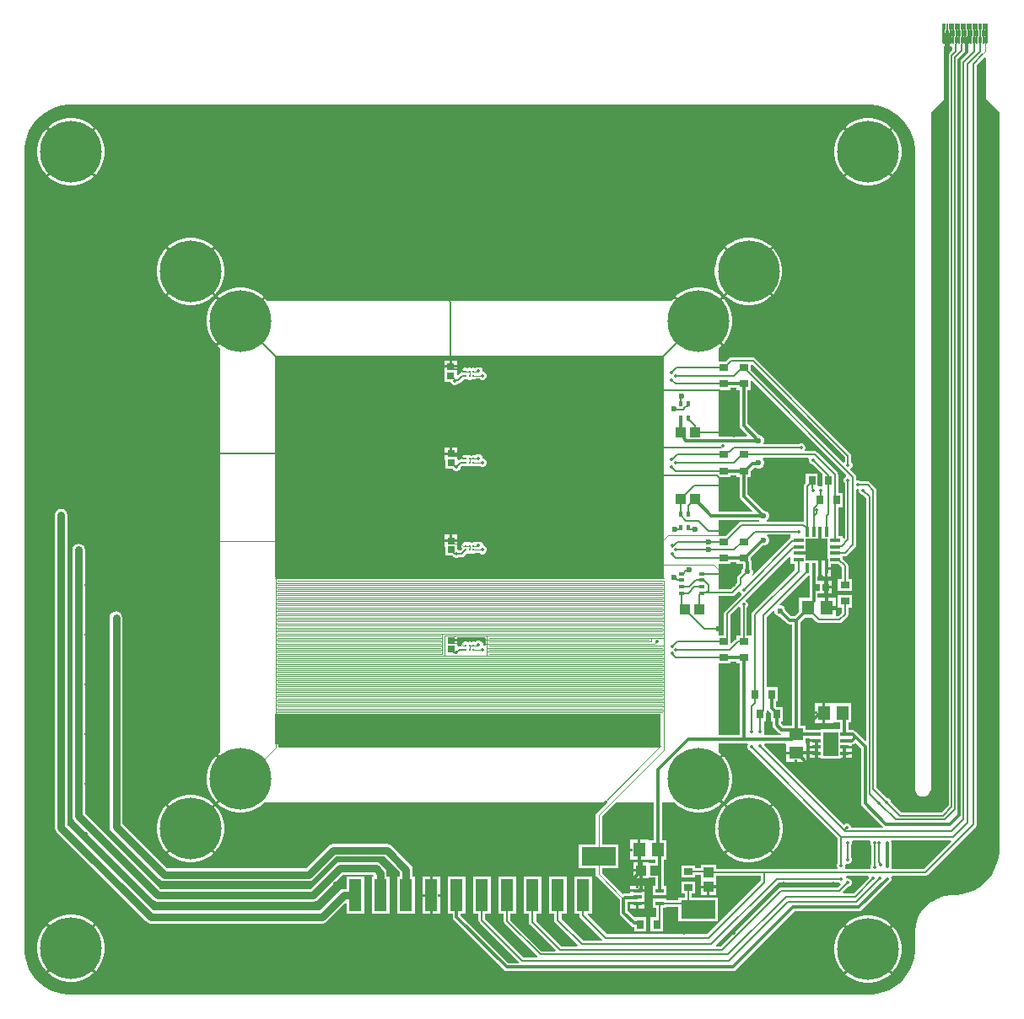
<source format=gbr>
%FSLAX23Y23*%
%MOIN*%
%SFA1B1*%

%IPPOS*%
%AMD36*
4,1,11,0.006000,0.039400,0.006000,-0.035400,0.002000,-0.039300,0.002000,-0.039300,-0.001900,-0.039300,-0.005900,-0.035400,-0.005900,-0.014700,-0.001900,-0.010800,-0.001900,0.014800,-0.005900,0.018700,-0.005900,0.039400,0.006000,0.039400,0.0*
%
%AMD37*
4,1,12,0.006000,0.012800,0.006000,-0.008800,0.002000,-0.012800,0.002000,-0.039300,-0.001900,-0.039300,-0.001900,-0.012800,-0.005900,-0.008800,-0.005900,0.012800,-0.001900,0.016800,-0.001900,0.039400,0.002000,0.039400,0.002000,0.016800,0.006000,0.012800,0.0*
%
%AMD38*
4,1,14,0.006000,0.039400,0.006000,0.018700,0.002000,0.014800,0.002000,-0.010800,0.006000,-0.014700,0.006000,-0.035400,0.002000,-0.039300,-0.001900,-0.039300,-0.005900,-0.035400,-0.005900,-0.014700,-0.001900,-0.010800,-0.001900,0.014800,-0.005900,0.018700,-0.005900,0.039400,0.006000,0.039400,0.0*
%
%AMD39*
4,1,12,0.006000,0.039400,0.006000,0.018700,0.002000,0.014800,0.002000,0.014800,0.002000,-0.010800,0.006000,-0.014700,0.006000,-0.014700,0.006000,-0.035400,0.002000,-0.039300,-0.001900,-0.039300,-0.005900,-0.035400,-0.005900,0.039400,0.006000,0.039400,0.0*
%
%ADD10R,0.039370X0.039370*%
%ADD11R,0.013780X0.023620*%
%ADD12R,0.023620X0.013780*%
%ADD13R,0.004000X0.004000*%
%ADD14C,0.009840*%
%ADD15R,0.033470X0.015750*%
%ADD16R,0.041340X0.013780*%
%ADD17R,0.013780X0.041340*%
%ADD18R,0.088980X0.088980*%
%ADD19R,0.058660X0.094490*%
%ADD20R,0.035430X0.013780*%
%ADD21R,0.027560X0.035430*%
%ADD22R,0.035430X0.027560*%
%ADD23R,0.135830X0.072840*%
%ADD24R,0.050000X0.125200*%
%ADD25R,0.039370X0.039370*%
%ADD26R,0.028350X0.026770*%
%ADD27R,0.051180X0.057090*%
%ADD28R,0.026770X0.028350*%
%ADD29R,0.057090X0.051180*%
%ADD30C,0.005510*%
%ADD31C,0.004000*%
%ADD32C,0.011810*%
%ADD33C,0.019680*%
%ADD34C,0.007870*%
%ADD35C,0.029530*%
%ADD36D36*%
%ADD37D37*%
%ADD38D38*%
%ADD39D39*%
%ADD40C,0.244100*%
%ADD41C,0.013780*%
%ADD42C,0.023620*%
%LNmirror_pcb1_copper_signal_top-1*%
%LPD*%
G36*
X2826Y2404D02*
X2838D01*
Y2263*
X2839Y2257*
X2842Y2252*
X2869Y2225*
X2867Y2220*
X2755*
Y2404*
X2803*
Y2411*
X2826*
Y2404*
G37*
G36*
X3254Y2138D02*
Y2118D01*
X3250Y2115*
X2882Y2483*
Y2504*
X2887Y2505*
X3254Y2138*
G37*
G36*
X3113Y2130D02*
X3113Y2129D01*
Y2122*
X3115Y2116*
X3120Y2111*
X3126Y2109*
X3128*
X3165Y2072*
Y2025*
X3163Y2024*
X3156*
X3152Y2023*
X3148Y2025*
X3147Y2026*
Y2074*
X3100*
Y2037*
X3096Y2033*
X3093Y2029*
X3092Y2024*
Y1884*
X3090Y1883*
X2947*
X2946Y1884*
X2946Y1888*
X2951Y1893*
X2954Y1901*
Y1910*
X2951Y1918*
X2945Y1924*
X2937Y1927*
X2934*
X2870Y1991*
Y2059*
X2882*
Y2084*
X2895Y2097*
X2901*
X2901Y2097*
X2909Y2094*
X2917*
X2925Y2097*
X2931Y2103*
X2935Y2111*
Y2120*
X2931Y2128*
X2929Y2130*
X2931Y2135*
X3110*
X3113Y2130*
G37*
G36*
X2826Y2059D02*
X2838D01*
Y1984*
X2839Y1978*
X2842Y1973*
X2889Y1926*
X2887Y1922*
X2755*
Y2059*
X2803*
Y2067*
X2826*
Y2059*
G37*
G36*
X2916Y1888D02*
X2914Y1883D01*
X2845*
X2840Y1882*
X2836Y1879*
X2784Y1827*
X2755*
Y1889*
X2915*
X2916Y1888*
G37*
G36*
X3260Y2068D02*
X3259Y2062D01*
X3258Y2061*
X3253Y2056*
X3250Y2050*
Y2043*
X3253Y2037*
X3254Y2036*
Y1817*
X3252Y1815*
X3247Y1818*
Y1826*
X3229*
Y1940*
X3246*
Y1996*
X3228*
Y2069*
X3227Y2074*
X3224Y2079*
X3145Y2157*
X3141Y2160*
X3136Y2161*
X3099*
X3097Y2166*
X3099Y2171*
Y2178*
X3097Y2184*
X3092Y2189*
X3086Y2192*
X3079*
X3073Y2189*
X3071Y2188*
X2934*
X2932Y2193*
X2935Y2200*
Y2209*
X2931Y2217*
X2925Y2223*
X2917Y2226*
X2914*
X2870Y2270*
Y2404*
X2882*
Y2440*
X2886Y2442*
X3260Y2068*
G37*
G36*
X3040Y1826D02*
D01*
Y1817*
X3037Y1815*
X2891Y1669*
X2887Y1672*
X2891Y1680*
Y1689*
X2887Y1697*
X2885Y1699*
Y1724*
X2884Y1730*
X2882Y1733*
Y1739*
X2930Y1788*
X2937*
X2945Y1791*
X2951Y1797*
X2954Y1805*
Y1814*
X2951Y1822*
X2947Y1826*
X2949Y1831*
X3039*
X3040Y1826*
G37*
G36*
X2539Y2536D02*
Y1660D01*
X1012*
X1008Y1659*
X1003Y1662*
Y2536*
Y2539*
X2539*
Y2536*
G37*
G36*
X2826Y1715D02*
X2853D01*
Y1699*
X2850Y1697*
X2847Y1689*
Y1683*
X2833Y1669*
X2830Y1664*
X2829Y1659*
Y1641*
X2804Y1617*
X2755*
Y1715*
X2803*
Y1722*
X2826*
Y1715*
G37*
G36*
X3309Y2011D02*
Y2008D01*
Y2004*
X3312Y1998*
X3317Y1993*
X3323Y1990*
X3325*
X3339Y1976*
Y1017*
X3335Y1015*
X3296Y1054*
X3291Y1057*
X3285Y1059*
X3281*
Y1059*
X3269*
Y1088*
X3279*
Y1165*
X3212*
X3207Y1166*
X3203*
X3176*
Y1154*
X3166*
Y1166*
X3134*
Y1131*
X3146*
Y1121*
X3134*
Y1087*
X3166*
Y1099*
X3176*
Y1087*
X3203*
X3207*
X3212Y1088*
X3237*
Y1061*
X3159*
Y1059*
X3116*
Y1059*
X3100*
Y1076*
X3078*
Y1486*
X3096Y1504*
X3126*
X3143Y1486*
X3148Y1484*
X3153Y1483*
X3233*
X3238Y1484*
X3242Y1486*
X3264Y1508*
X3267Y1512*
X3268Y1517*
Y1544*
X3282*
Y1592*
X3227*
Y1544*
X3242*
Y1523*
X3228Y1509*
X3218*
Y1538*
X3206*
Y1548*
X3218*
Y1582*
X3186*
Y1570*
X3176*
Y1582*
X3147*
Y1599*
X3153*
Y1598*
X3173*
Y1611*
X3183*
Y1598*
X3202*
Y1619*
X3190*
Y1629*
X3202*
Y1649*
X3183*
Y1637*
X3173*
Y1649*
X3153*
Y1648*
X3147*
Y1667*
X3151*
Y1679*
X3161*
Y1667*
X3177*
Y1679*
X3187*
Y1667*
X3200*
Y1693*
X3188*
Y1703*
X3200*
Y1716*
X3229*
X3242Y1703*
Y1657*
X3227*
Y1610*
X3282*
Y1657*
X3268*
Y1708*
X3267Y1713*
X3264Y1717*
X3247Y1734*
Y1745*
X3254*
X3259Y1746*
X3264Y1749*
X3296Y1782*
X3299Y1786*
X3300Y1791*
Y2010*
X3303Y2012*
X3305*
X3309Y2011*
G37*
G36*
X3114Y1624D02*
X3115Y1621D01*
Y1581*
X3073*
Y1527*
X3055Y1509*
X3042*
X3020Y1530*
Y1534*
X3017Y1542*
X3011Y1548*
X3003Y1551*
X2999*
X2997Y1556*
X3108Y1668*
X3114*
Y1624*
G37*
G36*
X3039Y1744D02*
Y1740D01*
X3040*
Y1716*
X3056*
Y1692*
X2890Y1526*
X2887Y1521*
X2886Y1516*
Y1436*
X2882Y1434*
X2867*
Y1544*
X2868Y1545*
X2871Y1551*
Y1558*
X2868Y1564*
X2863Y1569*
X2863Y1569*
X2862Y1574*
X3034Y1746*
X3039Y1744*
G37*
G36*
X2839Y1605D02*
X2840Y1604D01*
X2844Y1599*
X2845Y1599*
X2846Y1594*
X2781Y1530*
X2778Y1525*
X2777Y1520*
Y1434*
X2755*
Y1588*
X2810*
X2815Y1589*
X2820Y1592*
X2834Y1606*
X2839Y1605*
G37*
G36*
X2839Y1545D02*
X2840Y1545D01*
X2841Y1544*
Y1434*
X2826*
Y1420*
X2826*
X2822Y1417*
X2807Y1403*
X2803Y1405*
Y1420*
X2803Y1421*
Y1515*
X2834Y1546*
X2839Y1545*
G37*
G36*
X1835Y1424D02*
X1836Y1419D01*
X1838Y1416*
X1836Y1412*
X1835Y1408*
X1836Y1403*
X1838Y1400*
X1836Y1396*
X1836Y1395*
X1835Y1394*
X1830Y1393*
X1826Y1394*
X1824*
Y1399*
X1821Y1405*
X1816Y1410*
X1810Y1413*
X1803*
X1797Y1410*
X1794Y1407*
X1790Y1408*
X1784*
X1779Y1406*
X1774Y1408*
X1768*
X1765Y1407*
X1765Y1407*
X1759Y1409*
X1753*
X1747Y1407*
X1742Y1402*
X1740Y1396*
Y1390*
X1731*
X1728Y1390*
X1724Y1393*
X1723Y1394*
Y1408*
X1711*
Y1418*
X1723*
Y1427*
X1832*
X1835Y1424*
G37*
G36*
X2977Y1529D02*
Y1525D01*
X2980Y1517*
X2986Y1511*
X2994Y1507*
X2997*
X3024Y1481*
X3029Y1478*
X3035Y1476*
X3045*
Y1080*
X3042Y1076*
X3010*
X3001Y1085*
Y1094*
X3009*
Y1149*
X2984*
X2981Y1152*
Y1173*
X2989*
Y1228*
X2947*
Y1506*
X2972Y1531*
X2977Y1529*
G37*
G36*
X2954Y1134D02*
X2961Y1126D01*
Y1094*
X2969*
Y1078*
X2970Y1072*
X2973Y1067*
X2991Y1049*
X2997Y1045*
X3001Y1044*
X3001Y1039*
X2937*
X2935Y1044*
X2937Y1051*
Y1057*
X2935Y1063*
X2934Y1064*
Y1094*
X2943*
Y1126*
X2946Y1129*
X2947Y1135*
Y1135*
X2952Y1137*
X2954Y1134*
G37*
G36*
X2826Y1321D02*
X2838D01*
Y1039*
X2755*
Y1321*
X2803*
Y1329*
X2826*
Y1321*
G37*
G36*
X1012Y1123D02*
X2527D01*
Y1008*
Y988*
X1017*
Y1001*
X1003*
Y1121*
X1008Y1124*
X1012Y1123*
G37*
G36*
X3115Y1022D02*
X3127D01*
Y1012*
X3115*
Y999*
Y996*
X3127*
Y986*
X3115*
Y973*
Y971*
X3127*
Y961*
X3115*
Y948*
X3138*
Y960*
X3148*
Y948*
X3159*
Y947*
X3238*
Y948*
X3248*
Y960*
X3258*
Y948*
X3282*
Y961*
X3270*
Y971*
X3282*
Y973*
Y986*
X3270*
Y996*
X3282*
Y1001*
X3283*
X3289Y1002*
X3294Y1005*
X3297Y1008*
X3319Y985*
Y769*
X3320Y763*
X3324Y757*
X3404Y677*
X3402Y672*
X3280*
Y676*
X3277Y682*
X3272Y687*
X3266Y689*
X3259*
X3253Y687*
X3251Y684*
X2936Y999*
Y999*
X2935Y1002*
X2938Y1007*
X3018*
X3022Y1004*
Y1000*
Y973*
X3034*
Y963*
X3022*
Y931*
X3056*
Y943*
X3066*
Y931*
X3101*
Y963*
X3089*
Y973*
X3101*
Y1000*
Y1004*
X3100Y1009*
Y1026*
X3115*
Y1022*
G37*
G36*
X3657Y3762D02*
X3661D01*
X3665Y3763*
X3669Y3762*
X3673*
X3675Y3762*
X3679Y3760*
X3680Y3759*
Y3748*
X3668Y3736*
X3665Y3732*
X3664Y3727*
Y761*
X3635Y733*
X3478*
X3436Y775*
Y777*
X3434Y783*
X3429Y788*
X3423Y790*
X3421*
X3379Y832*
Y2007*
X3378Y2012*
X3375Y2017*
X3353Y2038*
X3349Y2041*
X3344Y2042*
X3317*
X3316Y2043*
X3310Y2046*
X3303*
X3300Y2048*
Y2060*
X3299Y2065*
X3296Y2069*
X3276Y2089*
X3277Y2091*
X3282Y2096*
X3284Y2102*
Y2109*
X3282Y2115*
X3280Y2117*
Y2143*
X3279Y2148*
X3276Y2152*
X2900Y2528*
X2896Y2531*
X2891Y2532*
X2806*
X2801Y2531*
X2796Y2528*
X2784Y2516*
X2755*
Y2539*
Y2569*
X2763Y2575*
X2767Y2579*
X2759Y2588*
X2766Y2595*
X2774Y2586*
X2778Y2590*
X2790Y2607*
X2800Y2626*
X2806Y2646*
X2810Y2666*
Y2687*
X2806Y2708*
X2800Y2728*
X2790Y2746*
X2778Y2763*
X2774Y2767*
X2766Y2759*
X2759Y2766*
X2767Y2774*
X2763Y2778*
X2746Y2790*
X2728Y2800*
X2708Y2806*
X2687Y2810*
X2666*
X2646Y2806*
X2626Y2800*
X2607Y2790*
X2590Y2778*
X2586Y2774*
X2595Y2766*
X2588Y2759*
X2579Y2767*
X2575Y2763*
X2569Y2755*
X973*
X967Y2763*
X963Y2767*
X955Y2759*
X948Y2766*
X956Y2774*
X952Y2778*
X935Y2790*
X917Y2800*
X897Y2806*
X876Y2810*
X855*
X834Y2806*
X815Y2800*
X796Y2790*
X779Y2778*
X775Y2774*
X784Y2766*
X777Y2759*
X768Y2767*
X764Y2763*
X752Y2746*
X742Y2728*
X736Y2708*
X733Y2687*
Y2666*
X736Y2646*
X742Y2626*
X752Y2607*
X764Y2590*
X768Y2586*
X777Y2595*
X784Y2588*
X775Y2579*
X779Y2575*
X787Y2569*
Y2539*
Y973*
X779Y967*
X775Y963*
X784Y955*
X777Y948*
X768Y956*
X764Y952*
X752Y935*
X742Y917*
X736Y897*
X733Y876*
Y855*
X736Y834*
X742Y815*
X752Y796*
X764Y779*
X768Y775*
X777Y784*
X784Y777*
X775Y768*
X779Y764*
X796Y752*
X815Y742*
X834Y736*
X855Y733*
X876*
X897Y736*
X917Y742*
X935Y752*
X952Y764*
X959Y771*
X2308*
X2310Y766*
X2273Y729*
X2270Y725*
X2269Y721*
Y607*
X2203*
Y514*
X2269*
Y488*
X2270Y483*
X2273Y479*
X2364Y388*
Y336*
X2365Y330*
X2368Y325*
X2410Y283*
X2415Y280*
X2421Y279*
X2422*
Y262*
X2469*
Y318*
X2422*
X2418Y321*
X2396Y343*
Y380*
X2406*
Y378*
X2418*
Y368*
X2406*
Y354*
X2429*
Y366*
X2439*
Y354*
X2462*
Y368*
X2449*
Y378*
X2462*
Y392*
X2461*
Y405*
X2462*
Y419*
X2449*
Y429*
X2462*
Y443*
X2439*
Y431*
X2429*
Y443*
X2406*
Y429*
X2418*
Y419*
X2406*
Y413*
X2387*
X2380Y411*
X2377Y409*
X2294Y493*
Y514*
X2359*
Y607*
X2294*
Y715*
X2349Y771*
X2498*
Y624*
X2483*
X2478Y625*
X2475*
X2447*
Y613*
X2437*
Y625*
X2405*
Y590*
X2417*
Y580*
X2405*
Y546*
X2437*
Y558*
X2447*
Y546*
X2475*
X2478*
X2483Y547*
X2506*
Y534*
X2480*
Y535*
X2455*
Y523*
X2445*
Y535*
X2419*
Y509*
X2431*
Y499*
X2419*
Y474*
X2445*
Y486*
X2455*
Y474*
X2480*
Y475*
X2506*
Y442*
X2496*
Y406*
X2549*
Y442*
X2539*
Y547*
X2550*
Y624*
X2531*
Y771*
X2583*
X2590Y764*
X2607Y752*
X2626Y742*
X2646Y736*
X2666Y733*
X2687*
X2708Y736*
X2728Y742*
X2746Y752*
X2763Y764*
X2767Y768*
X2759Y777*
X2766Y784*
X2774Y775*
X2778Y779*
X2790Y796*
X2800Y815*
X2806Y834*
X2810Y855*
Y876*
X2806Y897*
X2800Y917*
X2790Y935*
X2778Y952*
X2774Y956*
X2766Y948*
X2759Y955*
X2767Y963*
X2763Y967*
X2755Y973*
Y988*
Y1007*
X2870*
X2872Y1002*
X2871Y1001*
X2869Y995*
Y989*
X2871Y982*
X2876Y978*
X2882Y975*
X2883*
X3226Y632*
Y534*
X3225Y533*
X3223Y527*
Y520*
X3225Y514*
X3223Y509*
X2744*
Y525*
X2685*
Y514*
X2663*
Y523*
X2608*
Y476*
X2663*
Y485*
X2685*
Y469*
X2684*
Y443*
X2696*
Y433*
X2684*
Y407*
X2709*
Y419*
X2719*
Y407*
X2745*
Y433*
X2733*
Y443*
X2745*
Y469*
X2744*
Y481*
X2921*
Y461*
X2710Y251*
X2315*
X2238Y327*
X2240Y332*
X2255*
Y478*
X2185*
Y332*
X2206*
Y325*
X2207Y319*
X2210Y315*
X2295Y230*
X2293Y225*
X2222*
X2135Y313*
Y332*
X2155*
Y478*
X2085*
Y332*
X2106*
Y307*
X2107Y301*
X2110Y297*
X2198Y209*
X2196Y204*
X2135*
X2035Y304*
Y332*
X2055*
Y478*
X1985*
Y332*
X2006*
Y299*
X2007Y293*
X2010Y289*
X2111Y188*
X2109Y184*
X2057*
X1933Y307*
Y332*
X1955*
Y478*
X1885*
Y332*
X1907*
Y302*
X1908Y297*
X1911Y293*
X2040Y164*
X2037Y159*
X1986*
X1833Y312*
Y332*
X1855*
Y478*
X1785*
Y332*
X1807*
Y306*
X1808Y301*
X1811Y297*
X1966Y142*
X1964Y137*
X1925*
X1737Y326*
Y332*
X1755*
Y478*
X1685*
Y332*
X1704*
Y319*
X1705Y313*
X1709Y308*
X1907Y110*
X1913Y106*
X1919Y105*
X2813*
X2819Y106*
X2824Y110*
X3057Y342*
X3310*
X3316Y344*
X3321Y347*
X3429Y455*
X3431Y456*
X3436Y461*
X3438Y467*
Y474*
X3437Y476*
X3441Y481*
X3571*
X3577Y482*
X3581Y485*
X3773Y677*
X3776Y681*
X3777Y687*
Y3688*
X3807Y3719*
X3812Y3716*
Y3561*
X3813Y3556*
X3816Y3552*
X3865Y3502*
Y590*
Y578*
X3862Y554*
X3856Y531*
X3847Y508*
X3835Y487*
X3820Y468*
X3803Y451*
X3784Y436*
X3763Y424*
X3740Y415*
X3717Y408*
X3693Y405*
X3681*
X3680Y405*
X3680Y405*
X3671Y405*
X3671Y405*
X3670Y405*
X3652Y402*
X3651Y402*
X3651Y402*
X3633Y398*
X3632Y397*
X3632Y397*
X3615Y390*
X3614Y390*
X3614Y389*
X3598Y380*
X3597Y380*
X3597Y380*
X3582Y369*
X3582Y368*
X3581Y368*
X3568Y355*
X3568Y354*
X3567Y354*
X3556Y339*
X3556Y339*
X3556Y338*
X3547Y322*
X3546Y322*
X3546Y321*
X3539Y304*
X3539Y304*
X3538Y303*
X3534Y285*
X3534Y285*
X3534Y284*
X3531Y266*
X3531Y265*
X3531Y265*
X3531Y256*
X3531Y256*
X3531Y255*
Y196*
Y184*
X3528Y160*
X3521Y137*
X3512Y114*
X3500Y93*
X3485Y74*
X3468Y57*
X3449Y42*
X3428Y30*
X3405Y21*
X3382Y15*
X3358Y12*
X3346*
X196*
X184*
X160Y15*
X137Y21*
X114Y30*
X93Y42*
X74Y57*
X57Y74*
X42Y93*
X30Y114*
X21Y137*
X15Y160*
X12Y184*
Y196*
Y3346*
Y3358*
X15Y3382*
X21Y3405*
X30Y3428*
X42Y3449*
X57Y3468*
X74Y3485*
X93Y3500*
X114Y3512*
X137Y3521*
X160Y3528*
X184Y3531*
X196*
X3346*
X3358*
X3382Y3528*
X3405Y3521*
X3428Y3512*
X3449Y3500*
X3468Y3485*
X3485Y3468*
X3500Y3449*
X3512Y3428*
X3521Y3405*
X3528Y3382*
X3531Y3358*
Y3346*
Y826*
X3531Y826*
X3531Y825*
X3531Y821*
X3532Y820*
X3532Y818*
X3535Y811*
X3538Y807*
X3543Y801*
X3547Y799*
X3554Y796*
X3556Y795*
X3557Y795*
X3561Y795*
X3562Y795*
X3564Y795*
X3568Y795*
X3569Y795*
X3571Y796*
X3578Y799*
X3582Y801*
X3587Y807*
X3590Y811*
X3593Y818*
X3593Y820*
X3594Y821*
X3594Y825*
X3594Y826*
X3594Y826*
Y3502*
X3644Y3552*
X3646Y3556*
X3647Y3561*
Y3762*
X3649*
X3653Y3763*
X3657Y3762*
G37*
G36*
X3356Y619D02*
X3355Y617D01*
Y610*
X3357Y604*
X3359Y603*
Y528*
X3357Y526*
X3355Y520*
Y513*
X3352Y509*
X3256*
X3254Y514*
X3256Y520*
Y525*
X3259Y528*
X3261Y529*
X3262Y528*
X3269*
X3275Y531*
X3280Y536*
X3282Y542*
Y549*
X3280Y555*
X3279Y555*
Y603*
X3280Y603*
X3282Y609*
Y616*
X3281Y618*
X3285Y623*
X3353*
X3356Y619*
G37*
G36*
X3675Y619D02*
X3565Y509D01*
X3441*
X3437Y514*
X3438Y517*
Y523*
X3438Y525*
Y608*
X3438Y609*
Y616*
X3437Y618*
X3441Y623*
X3673*
X3675Y619*
G37*
G36*
X3350Y476D02*
X3349Y474D01*
Y472*
X3290Y413*
X3249*
X3247Y418*
X3267Y438*
X3267*
X3274Y441*
X3278Y445*
X3281Y452*
Y458*
X3278Y465*
X3274Y469*
X3267Y472*
X3261*
X3259Y473*
X3258Y477*
X3261Y481*
X3346*
X3350Y476*
G37*
G36*
X3231Y456D02*
X3236Y454D01*
X3238Y449*
X3226Y437*
X3003*
X2997Y436*
X2993Y433*
X2764Y204*
X2746*
X2744Y209*
X2991Y456*
X3231*
X3231Y456*
G37*
%LNmirror_pcb1_copper_signal_top-2*%
%LPC*%
G36*
X1722Y2520D02*
X1701D01*
Y2508*
X1691*
Y2520*
X1671*
Y2501*
X1683*
Y2491*
X1671*
Y2471*
X1672*
Y2437*
X1695*
X1698Y2431*
X1703Y2426*
X1709Y2424*
X1715*
X1722Y2426*
X1725Y2429*
X1725*
X1730Y2430*
X1734Y2433*
X1748Y2446*
X1750*
X1752Y2445*
X1758*
X1762Y2447*
X1762Y2447*
X1768Y2444*
X1774*
X1780Y2447*
X1780Y2447*
X1784Y2445*
X1790*
X1795Y2447*
X1796Y2448*
X1811*
X1813Y2446*
X1819Y2443*
X1826*
X1832Y2446*
X1837Y2451*
X1839Y2457*
Y2463*
X1837Y2470*
X1832Y2474*
X1826Y2477*
X1823*
Y2482*
X1821Y2488*
X1816Y2493*
X1810Y2495*
X1803*
X1797Y2493*
X1793Y2489*
X1790Y2491*
X1784*
X1780Y2489*
X1780Y2489*
X1774Y2492*
X1768*
X1763Y2490*
X1759Y2492*
X1752*
X1746Y2489*
X1742Y2485*
X1739Y2479*
Y2473*
X1739Y2472*
X1737Y2471*
X1733Y2469*
X1726Y2461*
X1721Y2463*
Y2471*
X1722*
Y2491*
X1709*
Y2501*
X1722*
Y2520*
G37*
G36*
X1723Y2175D02*
X1703D01*
Y2163*
X1693*
Y2175*
X1673*
Y2156*
X1685*
Y2146*
X1673*
Y2127*
X1674*
Y2092*
X1704*
X1705Y2092*
X1705Y2090*
X1710Y2086*
X1716Y2083*
X1723*
X1729Y2086*
X1734Y2090*
X1737Y2097*
Y2098*
X1741Y2103*
X1748*
X1752Y2101*
X1758*
X1763Y2103*
X1768Y2101*
X1774*
X1779Y2103*
X1784Y2101*
X1790*
X1795Y2103*
X1796Y2103*
X1811*
X1813Y2101*
X1819Y2099*
X1826*
X1832Y2101*
X1837Y2106*
X1839Y2112*
Y2119*
X1837Y2125*
X1832Y2130*
X1826Y2133*
X1823*
Y2137*
X1821Y2143*
X1816Y2148*
X1810Y2151*
X1803*
X1797Y2148*
X1793Y2145*
X1790Y2146*
X1784*
X1779Y2144*
X1774Y2146*
X1768*
X1765Y2145*
X1764Y2145*
X1759Y2147*
X1752*
X1746Y2145*
X1742Y2140*
X1739Y2135*
Y2129*
X1736*
X1731Y2128*
X1728Y2126*
X1723Y2129*
Y2146*
X1711*
Y2156*
X1723*
Y2175*
G37*
G36*
Y1831D02*
X1703D01*
Y1819*
X1693*
Y1831*
X1673*
Y1812*
X1685*
Y1802*
X1673*
Y1782*
X1674*
Y1748*
X1704*
X1705Y1747*
X1705Y1746*
X1710Y1741*
X1716Y1739*
X1723*
X1729Y1741*
X1731Y1742*
X1740*
X1745Y1743*
X1749Y1746*
X1758Y1755*
X1762Y1758*
X1768Y1755*
X1775*
X1780Y1758*
X1781Y1758*
X1784Y1756*
X1790*
X1796Y1759*
X1796Y1759*
X1811*
X1813Y1757*
X1819Y1754*
X1826*
X1832Y1757*
X1837Y1762*
X1839Y1768*
Y1775*
X1837Y1781*
X1832Y1785*
X1826Y1788*
X1824*
Y1793*
X1821Y1799*
X1816Y1804*
X1810Y1806*
X1803*
X1797Y1804*
X1794Y1800*
X1790Y1802*
X1784*
X1781Y1800*
X1780Y1800*
X1775Y1803*
X1768*
X1764Y1801*
X1759Y1803*
X1753*
X1747Y1800*
X1742Y1796*
X1740Y1790*
Y1784*
X1742Y1778*
X1742Y1778*
X1741Y1775*
X1735Y1768*
X1731*
X1729Y1770*
X1723Y1772*
X1722*
Y1782*
X1723*
Y1802*
X1711*
Y1812*
X1723*
Y1831*
G37*
G36*
X3356Y3479D02*
X3335D01*
X3315Y3476*
X3295Y3469*
X3276Y3460*
X3259Y3447*
X3255Y3444*
X3264Y3435*
X3257Y3428*
X3248Y3437*
X3244Y3433*
X3232Y3416*
X3223Y3397*
X3216Y3377*
X3213Y3356*
Y3335*
X3216Y3315*
X3223Y3295*
X3232Y3276*
X3244Y3259*
X3248Y3255*
X3257Y3264*
X3264Y3257*
X3255Y3248*
X3259Y3244*
X3276Y3232*
X3295Y3223*
X3315Y3216*
X3335Y3213*
X3356*
X3377Y3216*
X3397Y3223*
X3416Y3232*
X3433Y3244*
X3437Y3248*
X3428Y3257*
X3435Y3264*
X3444Y3255*
X3447Y3259*
X3460Y3276*
X3469Y3295*
X3476Y3315*
X3479Y3335*
Y3356*
X3476Y3377*
X3469Y3397*
X3460Y3416*
X3447Y3433*
X3444Y3437*
X3435Y3428*
X3428Y3435*
X3437Y3444*
X3433Y3447*
X3416Y3460*
X3397Y3469*
X3377Y3476*
X3356Y3479*
G37*
G36*
X207D02*
X186D01*
X165Y3476*
X145Y3469*
X127Y3460*
X110Y3447*
X106Y3444*
X115Y3435*
X107Y3428*
X99Y3437*
X95Y3433*
X83Y3416*
X73Y3397*
X67Y3377*
X63Y3356*
Y3335*
X67Y3315*
X73Y3295*
X83Y3276*
X95Y3259*
X99Y3255*
X107Y3264*
X115Y3257*
X106Y3248*
X110Y3244*
X127Y3232*
X145Y3223*
X165Y3216*
X186Y3213*
X207*
X228Y3216*
X247Y3223*
X266Y3232*
X283Y3244*
X287Y3248*
X278Y3257*
X285Y3264*
X294Y3255*
X298Y3259*
X310Y3276*
X320Y3295*
X326Y3315*
X329Y3335*
Y3356*
X326Y3377*
X320Y3397*
X310Y3416*
X298Y3433*
X294Y3437*
X285Y3428*
X278Y3435*
X287Y3444*
X283Y3447*
X266Y3460*
X247Y3469*
X228Y3476*
X207Y3479*
G37*
G36*
X2884Y3007D02*
X2863D01*
X2842Y3003*
X2822Y2997*
X2804Y2987*
X2787Y2975*
X2783Y2971*
X2792Y2962*
X2785Y2955*
X2776Y2964*
X2772Y2960*
X2760Y2943*
X2750Y2925*
X2744Y2905*
X2740Y2884*
Y2863*
X2744Y2842*
X2750Y2822*
X2760Y2804*
X2772Y2787*
X2776Y2783*
X2785Y2792*
X2792Y2785*
X2783Y2776*
X2787Y2772*
X2804Y2760*
X2822Y2750*
X2842Y2744*
X2863Y2740*
X2884*
X2905Y2744*
X2925Y2750*
X2943Y2760*
X2960Y2772*
X2964Y2776*
X2955Y2785*
X2962Y2792*
X2971Y2783*
X2975Y2787*
X2987Y2804*
X2997Y2822*
X3003Y2842*
X3007Y2863*
Y2884*
X3003Y2905*
X2997Y2925*
X2987Y2943*
X2975Y2960*
X2971Y2964*
X2962Y2955*
X2955Y2962*
X2964Y2971*
X2960Y2975*
X2943Y2987*
X2925Y2997*
X2905Y3003*
X2884Y3007*
G37*
G36*
X679D02*
X658D01*
X638Y3003*
X618Y2997*
X599Y2987*
X582Y2975*
X578Y2971*
X587Y2962*
X580Y2955*
X571Y2964*
X567Y2960*
X555Y2943*
X545Y2925*
X539Y2905*
X536Y2884*
Y2863*
X539Y2842*
X545Y2822*
X555Y2804*
X567Y2787*
X571Y2783*
X580Y2792*
X587Y2785*
X578Y2776*
X582Y2772*
X599Y2760*
X618Y2750*
X638Y2744*
X658Y2740*
X679*
X700Y2744*
X720Y2750*
X739Y2760*
X755Y2772*
X759Y2776*
X751Y2785*
X758Y2792*
X766Y2783*
X770Y2787*
X783Y2804*
X792Y2822*
X799Y2842*
X802Y2863*
Y2884*
X799Y2905*
X792Y2925*
X783Y2943*
X770Y2960*
X766Y2964*
X758Y2955*
X751Y2962*
X759Y2971*
X755Y2975*
X739Y2987*
X720Y2997*
X700Y3003*
X679Y3007*
G37*
G36*
Y802D02*
X658D01*
X638Y799*
X618Y792*
X599Y783*
X582Y770*
X578Y766*
X587Y758*
X580Y751*
X571Y759*
X567Y755*
X555Y739*
X545Y720*
X539Y700*
X536Y679*
Y658*
X539Y638*
X545Y618*
X555Y599*
X567Y582*
X571Y578*
X580Y587*
X587Y580*
X578Y571*
X582Y567*
X599Y555*
X618Y545*
X638Y539*
X658Y536*
X679*
X700Y539*
X720Y545*
X739Y555*
X755Y567*
X759Y571*
X751Y580*
X758Y587*
X766Y578*
X770Y582*
X783Y599*
X792Y618*
X799Y638*
X802Y658*
Y679*
X799Y700*
X792Y720*
X783Y739*
X770Y755*
X766Y759*
X758Y751*
X751Y758*
X759Y766*
X755Y770*
X739Y783*
X720Y792*
X700Y799*
X679Y802*
G37*
G36*
X2885Y802D02*
X2864D01*
X2843Y798*
X2823Y792*
X2805Y782*
X2788Y770*
X2784Y766*
X2793Y758*
X2786Y751*
X2777Y759*
X2773Y755*
X2761Y738*
X2751Y720*
X2745Y700*
X2741Y679*
Y658*
X2745Y637*
X2751Y618*
X2761Y599*
X2773Y582*
X2777Y578*
X2786Y587*
X2793Y580*
X2784Y571*
X2788Y567*
X2805Y555*
X2823Y545*
X2843Y539*
X2864Y536*
X2885*
X2906Y539*
X2926Y545*
X2944Y555*
X2961Y567*
X2965Y571*
X2956Y580*
X2963Y587*
X2972Y578*
X2976Y582*
X2988Y599*
X2998Y618*
X3004Y637*
X3008Y658*
Y679*
X3004Y700*
X2998Y720*
X2988Y738*
X2976Y755*
X2972Y759*
X2963Y751*
X2956Y758*
X2965Y766*
X2961Y770*
X2944Y782*
X2926Y792*
X2906Y798*
X2885Y802*
G37*
G36*
X1656Y479D02*
X1625D01*
Y466*
X1615*
Y479*
X1584*
Y410*
X1597*
Y400*
X1584*
Y331*
X1615*
Y344*
X1625*
Y331*
X1656*
Y400*
X1644*
Y410*
X1656*
Y479*
G37*
G36*
X2663Y458D02*
X2608D01*
Y411*
X2621*
Y395*
X2597*
Y387*
X2549*
Y391*
X2496*
Y355*
X2508*
Y318*
X2487*
Y262*
X2535*
Y299*
X2536Y300*
X2537Y306*
Y355*
X2549*
Y359*
X2597*
Y303*
X2753*
Y395*
X2650*
Y411*
X2663*
Y458*
G37*
G36*
X374Y1529D02*
X364Y1527D01*
X356Y1521*
X350Y1513*
X348Y1504*
Y677*
X350Y667*
X356Y659*
X547Y468*
X555Y463*
X564Y461*
X1135*
X1145Y463*
X1153Y468*
X1242Y558*
X1434*
X1495Y497*
Y478*
X1485*
Y332*
X1555*
Y478*
X1546*
Y507*
X1544Y517*
X1538Y525*
X1462Y601*
X1454Y606*
X1444Y608*
X1232*
X1222Y606*
X1214Y601*
X1124Y511*
X575*
X399Y687*
Y1504*
X397Y1513*
X391Y1521*
X383Y1527*
X374Y1529*
G37*
G36*
X226Y1796D02*
X216Y1794D01*
X208Y1789*
X203Y1781*
X201Y1771*
Y718*
X203Y708*
X208Y700*
X521Y387*
X529Y382*
X539Y380*
X1153*
X1163Y382*
X1171Y387*
X1270Y486*
X1390*
X1393Y484*
Y478*
X1385*
Y332*
X1455*
Y478*
X1443*
Y494*
X1442Y504*
X1436Y512*
X1419Y529*
X1411Y535*
X1401Y537*
X1259*
X1250Y535*
X1241Y529*
X1143Y430*
X549*
X251Y728*
Y1771*
X249Y1781*
X244Y1789*
X236Y1794*
X226Y1796*
G37*
G36*
X157Y1934D02*
X147Y1932D01*
X139Y1927*
X134Y1919*
X132Y1909*
Y674*
X134Y664*
X139Y656*
X493Y302*
X502Y296*
X511Y294*
X1189*
X1199Y296*
X1207Y302*
X1280Y375*
X1285Y373*
Y332*
X1355*
Y478*
X1285*
Y430*
X1275*
X1265Y428*
X1257Y423*
X1179Y345*
X522*
X182Y684*
Y1909*
X180Y1919*
X175Y1927*
X167Y1932*
X157Y1934*
G37*
G36*
X207Y329D02*
X186D01*
X165Y326*
X145Y320*
X127Y310*
X110Y298*
X106Y294*
X115Y285*
X107Y278*
X99Y287*
X95Y283*
X83Y266*
X73Y247*
X67Y228*
X63Y207*
Y186*
X67Y165*
X73Y145*
X83Y127*
X95Y110*
X99Y106*
X107Y115*
X115Y107*
X106Y99*
X110Y95*
X127Y83*
X145Y73*
X165Y67*
X186Y63*
X207*
X228Y67*
X247Y73*
X266Y83*
X283Y95*
X287Y99*
X278Y107*
X285Y115*
X294Y106*
X298Y110*
X310Y127*
X320Y145*
X326Y165*
X329Y186*
Y207*
X326Y228*
X320Y247*
X310Y266*
X298Y283*
X294Y287*
X285Y278*
X278Y285*
X287Y294*
X283Y298*
X266Y310*
X247Y320*
X228Y326*
X207Y329*
G37*
G36*
X3356Y325D02*
X3335D01*
X3315Y322*
X3295Y315*
X3276Y306*
X3259Y293*
X3255Y289*
X3264Y281*
X3257Y274*
X3248Y282*
X3244Y278*
X3232Y262*
X3223Y243*
X3216Y223*
X3213Y202*
Y181*
X3216Y161*
X3223Y141*
X3232Y122*
X3244Y105*
X3248Y101*
X3257Y110*
X3264Y103*
X3255Y94*
X3259Y90*
X3276Y78*
X3295Y68*
X3315Y62*
X3335Y59*
X3356*
X3377Y62*
X3397Y68*
X3416Y78*
X3433Y90*
X3437Y94*
X3428Y103*
X3435Y110*
X3444Y101*
X3447Y105*
X3460Y122*
X3469Y141*
X3476Y161*
X3479Y181*
Y202*
X3476Y223*
X3469Y243*
X3460Y262*
X3447Y278*
X3444Y282*
X3435Y274*
X3428Y281*
X3437Y289*
X3433Y293*
X3416Y306*
X3397Y315*
X3377Y322*
X3356Y325*
G37*
%LNmirror_pcb1_copper_signal_top-3*%
%LPD*%
G54D10*
X2678Y1537D03*
X2621D03*
X2661Y1971D03*
X2604D03*
Y2236D03*
X2661D03*
X2507Y504D03*
X2450D03*
G54D11*
X2636Y1913D03*
X2604D03*
X2636Y1858D03*
X2604D03*
X2636Y2348D03*
Y2293D03*
X2604Y2348D03*
Y2293D03*
G54D12*
X2690Y1625D03*
Y1651D03*
Y1599D03*
Y1676D03*
X2609Y1651D03*
Y1676D03*
Y1625D03*
Y1599D03*
G54D13*
X2540Y1008D03*
X1004Y988D03*
G54D14*
X1787Y1377D03*
X1771D03*
X1756D03*
X1787Y1393D03*
X1771D03*
X1756D03*
X1787Y1771D03*
X1771D03*
X1756D03*
X1787Y1787D03*
X1771D03*
X1756D03*
X1787Y2116D03*
X1771D03*
X1755D03*
X1787Y2131D03*
X1771D03*
X1755D03*
X1787Y2460D03*
X1771D03*
X1755D03*
X1787Y2476D03*
X1771D03*
X1755D03*
G54D15*
X2522Y424D03*
Y373D03*
X2434D03*
Y398D03*
Y424D03*
G54D16*
X3216Y1733D03*
Y1758D03*
Y1784D03*
Y1810D03*
X3071D03*
Y1784D03*
Y1758D03*
Y1733D03*
G54D17*
X3182Y1844D03*
X3156D03*
X3131D03*
X3105D03*
Y1698D03*
X3131D03*
X3156D03*
X3182D03*
G54D18*
X3143Y1771D03*
G54D19*
X3198Y1004D03*
G54D20*
X3253Y966D03*
Y991D03*
Y1017D03*
Y1042D03*
X3143Y966D03*
Y991D03*
Y1017D03*
Y1042D03*
G54D21*
X3124Y2047D03*
X3189D03*
X3157Y1968D03*
X3222D03*
X2511Y290D03*
X2446D03*
X2985Y1122D03*
X2920D03*
X2965Y1200D03*
X2900D03*
G54D22*
X2636Y500D03*
Y435D03*
X2775Y1410D03*
Y1345D03*
X2854Y1410D03*
Y1345D03*
X2775Y1804D03*
Y1739D03*
X2854Y1804D03*
Y1739D03*
X3255Y1568D03*
Y1633D03*
X2775Y2148D03*
Y2083D03*
X2854Y2148D03*
Y2083D03*
X2775Y2493D03*
Y2428D03*
X2854Y2493D03*
Y2428D03*
G54D23*
X2675Y349D03*
X2281Y560D03*
G54D24*
X1320Y405D03*
X1420D03*
X1620D03*
X1520D03*
X1720D03*
X1920D03*
X1820D03*
X2020D03*
X2220D03*
X2120D03*
G54D25*
X2714Y495D03*
Y438D03*
G54D26*
X1698Y1413D03*
Y1378D03*
Y1807D03*
Y1771D03*
Y2151D03*
Y2116D03*
X1696Y2496D03*
Y2460D03*
G54D27*
X2442Y585D03*
X2515D03*
X3181Y1543D03*
X3109D03*
X3171Y1126D03*
X3244D03*
G54D28*
X3178Y1624D03*
X3142D03*
G54D29*
X3061Y968D03*
Y1041D03*
G54D30*
X2571Y1784D02*
X2591Y1804D01*
X2587Y1771D02*
X2714D01*
X2587D02*
X2587D01*
X2591Y1804D02*
X2714D01*
X2581Y1854D02*
X2600D01*
X2604Y1858D02*
Y1858D01*
X2600Y1854D02*
X2604Y1858D01*
X1004Y1658D02*
X2539D01*
X2606Y2350D02*
Y2379D01*
X2604Y2348D02*
X2606Y2350D01*
Y2379D02*
X2608Y2380D01*
X1675Y2401D02*
X2763D01*
X1672Y2404D02*
Y2433D01*
Y2404D02*
X1675Y2401D01*
X2579Y2329D02*
X2581Y2327D01*
X2620Y2330D02*
Y2334D01*
X2581Y2327D02*
X2617D01*
X2620Y2330*
Y2334D02*
X2625Y2339D01*
X2632*
X2636Y2343*
Y2348*
X2587Y2460D02*
X2817D01*
X2641Y2284D02*
X2661Y2264D01*
X2636Y2288D02*
X2640Y2284D01*
X2636Y2288D02*
Y2293D01*
X2661Y2236D02*
Y2264D01*
X2640Y2284D02*
X2641D01*
X2802Y2236D02*
X2814Y2224D01*
Y2175D02*
X3082D01*
X2661Y2236D02*
X2802D01*
X2249Y2175D02*
X2766D01*
X3067Y1806D02*
X3071Y1810D01*
X2854Y1614D02*
X3046Y1806D01*
X3067*
X2690Y1676D02*
X2772D01*
X2627Y1886D02*
X2676D01*
X2714Y1847D02*
X2775D01*
X2676Y1886D02*
X2714Y1847D01*
X2604Y1908D02*
X2627Y1886D01*
X2604Y1908D02*
Y1913D01*
X2772Y2027D02*
X2814D01*
X2660D02*
X2772D01*
X2604Y1971D02*
X2660Y2027D01*
X2604Y1913D02*
Y1970D01*
X2604Y1971D02*
X2604Y1970D01*
X2714Y1804D02*
X2775D01*
X2714Y1771D02*
X2817D01*
X2636Y1856D02*
X2640Y1852D01*
X2661*
X2636Y1856D02*
Y1858D01*
X2775Y1804D02*
X2779D01*
X2614Y1676D02*
X2627Y1689D01*
X2637D02*
X2639Y1691D01*
X2627Y1689D02*
X2637D01*
X2698Y1460D02*
X2755D01*
X2621Y1537D02*
X2698Y1460D01*
X2609Y1549D02*
X2621Y1537D01*
X2609Y1549D02*
Y1599D01*
Y1676D02*
X2614D01*
X2579Y1663D02*
X2591Y1651D01*
X2609*
Y1625D02*
X2639D01*
X2664Y1651*
X2660Y1625D02*
X2690D01*
X2635Y1599D02*
X2660Y1625D01*
X2587Y1377D02*
X2800D01*
X2831Y1408*
X2609Y1599D02*
X2635D01*
X2664Y1651D02*
X2690D01*
X1920Y302D02*
X2052Y171D01*
X2793*
X1920Y302D02*
Y405D01*
X2795Y146D02*
X3028Y380D01*
X2793Y171D02*
X3022Y400D01*
X1980Y146D02*
X2795D01*
X3295Y400D02*
X3366Y471D01*
X3028Y380D02*
X3299D01*
X3393Y474*
X3022Y400D02*
X3295D01*
X1820Y306D02*
X1980Y146D01*
X1820Y306D02*
Y405D01*
X3419Y773D02*
X3473Y720D01*
X3397Y526D02*
Y528D01*
X3389Y536D02*
Y612D01*
Y536D02*
X3397Y528D01*
X3366Y827D02*
X3419Y773D01*
X3390Y770D02*
X3455Y705D01*
X3372Y517D02*
Y614D01*
X3352Y807D02*
X3390Y770D01*
X3473Y720D02*
X3641D01*
X3366Y827D02*
Y2007D01*
X3455Y705D02*
X3649D01*
X3352Y807D02*
Y1981D01*
X3649Y705D02*
X3690Y746D01*
X3641Y720D02*
X3677Y756D01*
Y3727D02*
X3693Y3743D01*
X3677Y756D02*
Y3727D01*
X3690Y746D02*
Y3718D01*
X3693Y3743D02*
Y3773D01*
X3717Y3745D02*
Y3773D01*
X3690Y3718D02*
X3717Y3745D01*
X2496Y2496D02*
X2677Y2677D01*
X1696Y2496D02*
X2496D01*
X2570Y2473D02*
X2590Y2493D01*
X2775*
X2779*
X1663Y2496D02*
X1696D01*
X1047D02*
X1663D01*
X1647Y2458D02*
Y2462D01*
X1663Y2478D02*
Y2496D01*
X1647Y2458D02*
X1672Y2433D01*
X1647Y2462D02*
X1663Y2478D01*
X2224Y2151D02*
X2249Y2175D01*
X2571Y2128D02*
X2591Y2148D01*
X2775*
X1698Y2151D02*
X2224D01*
X1645D02*
X1698D01*
X773D02*
X1645D01*
Y2066D02*
Y2151D01*
Y2066D02*
X2748D01*
X2772Y2042*
Y2027D02*
Y2042D01*
X1713Y1757D02*
X1718D01*
X1720Y1755*
X649Y2027D02*
X773Y2151D01*
X1633Y2814D02*
X1696Y2751D01*
Y2496D02*
Y2751D01*
X866Y2677D02*
X1047Y2496D01*
X2817Y1771D02*
X2850Y1804D01*
X2587Y2116D02*
X2817D01*
X2591Y1410D02*
X2775D01*
X2779*
X2571Y1390D02*
X2591Y1410D01*
X2898Y1844D02*
X3071D01*
X2858Y1804D02*
X2898Y1844D01*
X3326Y2007D02*
X3352Y1981D01*
X3344Y2029D02*
X3366Y2007D01*
X3287Y1791D02*
Y2060D01*
X3307Y2029D02*
X3344D01*
X1720Y1366D02*
X1731Y1377D01*
X1717Y1364D02*
X1720Y1366D01*
X2831Y1408D02*
X2852D01*
X2854Y1410*
X2790Y1520D02*
X3050Y1780D01*
X2790Y1421D02*
Y1520D01*
X3066Y1780D02*
X3071Y1784D01*
X3050Y1780D02*
X3066D01*
X1712Y2440D02*
X1714Y2442D01*
X1742Y2459D02*
X1755D01*
X1755Y2460*
X1725Y2442D02*
X1742Y2459D01*
X1714Y2442D02*
X1725D01*
X1720Y2100D02*
X1736Y2116D01*
X1755*
X1698D02*
X1699D01*
X1713Y2101*
X1718*
X1720Y2100*
X1717Y1364D02*
Y1366D01*
X1731Y1377D02*
X1756D01*
X1698Y1378D02*
X1709Y1367D01*
X1716*
X1717Y1366*
X1740Y1755D02*
X1756Y1771D01*
X1698D02*
X1699D01*
X1720Y1755D02*
X1740D01*
X1699Y1771D02*
X1713Y1757D01*
X2845Y1870D02*
X3090D01*
X3098Y1862*
X3101D02*
X3105Y1858D01*
X2779Y1804D02*
X2845Y1870D01*
X3098Y1862D02*
X3101D01*
X2850Y1804D02*
X2854D01*
X2858*
X3124Y2016D02*
Y2043D01*
Y2016D02*
X3130Y2010D01*
Y2007D02*
Y2010D01*
X3157Y1968D02*
X3160Y1971D01*
Y2007*
X1744Y2131D02*
X1755D01*
X1708Y2141D02*
X1734D01*
X1744Y2131*
X1745Y2476D02*
X1755D01*
X1706Y2486D02*
X1734D01*
X1745Y2476*
X3130Y2126D02*
X3189Y2066D01*
X2854Y2148D02*
X3136D01*
X1698Y2151D02*
X1708Y2141D01*
X3105Y1858D02*
Y2024D01*
Y1844D02*
Y1858D01*
X2817Y2460D02*
X2850Y2493D01*
X3153Y1496D02*
X3233D01*
X3109Y1540D02*
X3153Y1496D01*
X3233D02*
X3255Y1517D01*
Y1568*
X3216Y1733D02*
X3230D01*
X3255Y1633D02*
Y1708D01*
X3230Y1733D02*
X3255Y1708D01*
X3218Y1785D02*
X3242D01*
X3216Y1784D02*
X3218Y1785D01*
X3242D02*
X3267Y1811D01*
Y2047*
Y2106D02*
Y2143D01*
X2891Y2519D02*
X3267Y2143D01*
X2869Y2478D02*
X3287Y2060D01*
X2806Y2519D02*
X2891D01*
X2779Y2493D02*
X2806Y2519D01*
X2854Y2493D02*
X2858D01*
X2869Y2482*
Y2478D02*
Y2482D01*
X2850Y2493D02*
X2854D01*
X3216Y1758D02*
X3254D01*
X3287Y1791*
X3215Y1976D02*
Y2069D01*
X3136Y2148D02*
X3215Y2069D01*
Y1976D02*
X3222Y1968D01*
X2850Y2148D02*
X2854D01*
X3105Y2024D02*
X3124Y2043D01*
Y2047*
X2854Y1410D02*
Y1555D01*
Y1410D02*
D01*
X2779D02*
X2790Y1421D01*
X3142Y1917D02*
Y1927D01*
X3143Y1929*
X3131Y1906D02*
X3142Y1917D01*
X3131Y1906D02*
Y1937D01*
Y1844D02*
Y1906D01*
X3182Y1844D02*
Y1905D01*
X3189Y1912D02*
Y2047D01*
X3182Y1905D02*
X3189Y1912D01*
X2775Y2148D02*
X2785Y2158D01*
X3189Y2047D02*
Y2066D01*
X2785Y2158D02*
X2798D01*
X2814Y2175*
X2817Y2116D02*
X2850Y2148D01*
X3131Y1937D02*
X3157Y1964D01*
Y1968*
X3216Y1810D02*
Y1962D01*
X3222Y1968*
X1696Y2496D02*
X1706Y2486D01*
G54D31*
X1787Y1771D02*
X1823D01*
X2770Y1830D02*
X2775Y1836D01*
X2555Y1830D02*
X2770D01*
X2775Y1836D02*
Y1847D01*
X2532Y1807D02*
X2555Y1830D01*
X1672Y1432D02*
X1840D01*
X2501Y1400D02*
X2509Y1408D01*
X1840Y1384D02*
Y1400D01*
Y1416D02*
Y1432D01*
Y1368D02*
Y1384D01*
Y1352D02*
Y1368D01*
Y1400D02*
X2501D01*
X1840D02*
Y1416D01*
X2509Y1408D02*
X2512D01*
X1848Y1424D02*
X2540D01*
Y1008D02*
Y1424D01*
Y1472*
X1012Y1440D02*
X2539D01*
X1012Y1472D02*
X2539D01*
X2540Y1456D02*
Y1472D01*
Y1645*
X1012Y1632D02*
X2539D01*
X1012Y1504D02*
X2539D01*
X1012Y1488D02*
X2539D01*
X1012Y1552D02*
X2539D01*
X1012Y1520D02*
X2539D01*
X1012Y1536D02*
X2539D01*
X1012Y1584D02*
X2539D01*
X1012Y1568D02*
X2539D01*
X1012Y1616D02*
X2539D01*
X1012Y1600D02*
X2539D01*
X1012Y1456D02*
X2539D01*
X1012Y1248D02*
X2539D01*
X1012Y1200D02*
X2539D01*
X1012Y1184D02*
X2539D01*
X1012Y1264D02*
X2539D01*
X1012Y1216D02*
X2539D01*
X1012Y1232D02*
X2539D01*
X1012Y1168D02*
X2539D01*
X1012Y1136D02*
X2539D01*
X1012Y1152D02*
X2539D01*
X1012Y1296D02*
X2539D01*
X1012Y1280D02*
X2539D01*
X1012Y1328D02*
X2539D01*
X1012Y1312D02*
X2539D01*
X1848Y1360D02*
X2540D01*
X1848Y1376D02*
X2540D01*
X1848Y1392D02*
X2540D01*
X1840Y1352D02*
X2532D01*
X1840Y1368D02*
X2532D01*
X1840Y1384D02*
X2532D01*
X1840Y1416D02*
X2480D01*
X1840Y1432D02*
X2532D01*
X1004Y1128D02*
X2532D01*
X1004Y1144D02*
X2532D01*
X1004Y1160D02*
X2532D01*
X1004Y1176D02*
X2532D01*
X1004Y1192D02*
X2532D01*
X1004Y1208D02*
X2532D01*
X1004Y1224D02*
X2532D01*
X1004Y1240D02*
X2532D01*
X1004Y1256D02*
X2532D01*
X1004Y1272D02*
X2532D01*
X1004Y1288D02*
X2532D01*
X1004Y1304D02*
X2532D01*
X1004Y1320D02*
X2532D01*
X1004Y1336D02*
X2532D01*
X1672Y1344D02*
X2540D01*
X1012Y1392D02*
X1663D01*
X1012Y1424D02*
X1663D01*
X1672Y1352D02*
X1840D01*
X1672D02*
Y1432D01*
X1012Y1408D02*
X1663D01*
X1004Y988D02*
Y1658D01*
X1012Y1376D02*
X1663D01*
X1004Y1352D02*
X1672D01*
X1012Y1344D02*
X1672D01*
X1012Y1648D02*
X2539D01*
X1004Y1448D02*
X2532D01*
X1004Y1464D02*
X2532D01*
X1004Y1480D02*
X2532D01*
X1004Y1496D02*
X2532D01*
X1004Y1512D02*
X2532D01*
X1004Y1528D02*
X2532D01*
X1004Y1544D02*
X2532D01*
X1004Y1560D02*
X2532D01*
X1004Y1576D02*
X2532D01*
X1004Y1592D02*
X2532D01*
X1004Y1608D02*
X2532D01*
X1004Y1624D02*
X2532D01*
X1004Y1640D02*
X2532D01*
X1004Y1400D02*
X1655D01*
X1004Y1384D02*
X1655D01*
X1004Y1368D02*
X1655D01*
X1004Y1416D02*
X1655D01*
X1004Y1432D02*
X1655D01*
X1012Y1360D02*
X1663D01*
Y1440*
X1848Y1408D02*
X2488D01*
Y1423D01*
X2224Y694D02*
X2525Y995D01*
X2772Y1676D02*
X2814Y1633D01*
X2736Y1712D02*
X2772Y1676D01*
X1685Y1712D02*
X2736D01*
X2281Y488D02*
Y583D01*
Y721*
X2540Y979*
X3800Y3732D02*
X3810Y3742D01*
Y3772*
X1663Y1734D02*
X1685Y1712D01*
X1663Y1734D02*
Y1796D01*
X1698Y1807D02*
X2532D01*
X673D02*
X1661D01*
X649Y1830D02*
X673Y1807D01*
X2224Y649D02*
Y694D01*
X2540Y979D02*
Y1008D01*
X1659Y1801D02*
X1663Y1796D01*
X1661Y1807D02*
X1698D01*
X1659Y1804D02*
X1661Y1807D01*
X1659Y1801D02*
Y1804D01*
X866Y866D02*
X882D01*
X1004Y988*
X2281Y488D02*
X2380Y389D01*
X1717Y1432D02*
X1720D01*
X1698Y1413D02*
X1699D01*
X1717Y1432*
X1787Y2460D02*
X1822D01*
X1801Y2476D02*
X1804Y2478D01*
X1806*
X1787Y2476D02*
X1801D01*
X1802Y1393D02*
X1804Y1396D01*
X1787Y1393D02*
X1802D01*
X1804Y1396D02*
X1807D01*
X1802Y1787D02*
X1804Y1789D01*
X1787Y1787D02*
X1802D01*
X1804Y1789D02*
X1807D01*
X1801Y2131D02*
X1804Y2134D01*
X1787Y2131D02*
X1801D01*
X1804Y2134D02*
X1806D01*
X1787Y2116D02*
X1822D01*
X1744Y1393D02*
X1756D01*
X1709Y1402D02*
X1735D01*
X1744Y1393*
X1744Y1787D02*
X1755D01*
X1708Y1797D02*
X1735D01*
X1744Y1787*
X1698Y1413D02*
X1709Y1402D01*
X1787Y1377D02*
X1823D01*
X1698Y1807D02*
X1708Y1797D01*
X1755Y1787D02*
X1756Y1787D01*
X1771Y1393D02*
X1787D01*
X1771Y1377D02*
Y1393D01*
X1771Y2131D02*
X1787D01*
X1771Y2116D02*
Y2131D01*
X1771Y1771D02*
Y1787D01*
X1756D02*
X1771D01*
X1755Y2476D02*
X1771D01*
Y2460D02*
Y2476D01*
G54D32*
X2604Y2236D02*
X2618Y2222D01*
Y2211D02*
Y2222D01*
X2625Y2204D02*
X2913D01*
X2618Y2211D02*
X2625Y2204D01*
X2854Y2263D02*
X2913Y2204D01*
X3181Y1617D02*
X3188Y1624D01*
X3156Y1758D02*
Y1844D01*
X2854Y2263D02*
Y2428D01*
X2604Y2237D02*
Y2293D01*
X2604Y2236D02*
X2604Y2237D01*
X2661Y1971D02*
X2726Y1905D01*
X2933*
X3253Y966D02*
Y991D01*
Y940D02*
Y966D01*
X2869Y1685D02*
Y1724D01*
X2442Y512D02*
Y546D01*
X2450Y501D02*
Y504D01*
X2442Y512D02*
X2450Y504D01*
X2442Y546D02*
Y585D01*
X2415Y467D02*
X2450Y501D01*
Y431D02*
Y501D01*
X2813Y121D02*
X3050Y359D01*
X1919Y121D02*
X2813D01*
X3050Y359D02*
X3310D01*
X1720Y319D02*
Y405D01*
Y319D02*
X1919Y121D01*
X2852Y1023D02*
X3044D01*
X2637D02*
X2852D01*
X2854Y1025D02*
Y1345D01*
X2852Y1023D02*
X2854Y1025D01*
X2775Y1345D02*
X2854D01*
X3310Y359D02*
X3421Y470D01*
X3669Y687D02*
X3706Y724D01*
X3444Y687D02*
X3669D01*
X3335Y769D02*
X3417Y687D01*
X3335Y769D02*
Y992D01*
X3421Y687D02*
X3444D01*
X3421Y687D02*
X3421Y687D01*
X3417Y687D02*
X3421D01*
X3421Y520D02*
X3421Y520D01*
X3421Y520D02*
Y613D01*
X2522Y424D02*
Y577D01*
X2985Y1078D02*
Y1125D01*
X3736Y3740D02*
Y3791D01*
X3706Y724D02*
Y3710D01*
X3736Y3740*
Y3791D02*
X3748Y3803D01*
X2714Y438D02*
X2751D01*
X2755Y435*
X2755*
X3186Y1538D02*
X3218D01*
X3181Y1543D02*
X3186Y1538D01*
X3183Y1629D02*
X3188Y1624D01*
X3183Y1629D02*
Y1654D01*
X3123Y1094D02*
X3155Y1126D01*
X3171*
X3064Y968D02*
X3131D01*
X3098Y934D02*
X3115D01*
X3115Y933*
X3061Y968D02*
X3064D01*
X3098Y934*
X3044Y1023D02*
X3061Y1041D01*
X2965Y1145D02*
X2985Y1125D01*
X2965Y1145D02*
Y1200D01*
X3003Y1060D02*
X3042D01*
X2985Y1078D02*
X3003Y1060D01*
X3292Y1035D02*
X3335Y992D01*
X2515Y585D02*
Y901D01*
X2637Y1023*
X2998Y1529D02*
X3035Y1493D01*
X3061*
X2911Y2113D02*
X2913Y2116D01*
X2858Y2083D02*
X2888Y2113D01*
X2911*
X3157Y1670D02*
Y1697D01*
X3156Y1698D02*
X3157Y1697D01*
Y1670D02*
X3175Y1653D01*
X3181Y1543D02*
Y1617D01*
X3156Y1698D02*
Y1758D01*
X3182Y1733*
X3143Y1771D02*
X3156Y1758D01*
X3182Y1698D02*
Y1733D01*
X3131Y1758D02*
X3143Y1771D01*
X3071Y1758D02*
X3131D01*
X2775Y2428D02*
X2854D01*
Y2083D02*
X2858D01*
X2932Y1809D02*
X2933Y1810D01*
X2928Y1809D02*
X2932D01*
X2858Y1739D02*
X2928Y1809D01*
X2775Y2083D02*
X2854D01*
Y1984D02*
Y2083D01*
Y1984D02*
X2933Y1905D01*
X2775Y1739D02*
X2854D01*
X2775D02*
D01*
X2866Y1727D02*
Y1731D01*
X2854Y1739D02*
X2858D01*
X2866Y1731*
Y1727D02*
X2869Y1724D01*
X2387Y396D02*
X2432D01*
X2380Y336D02*
Y389D01*
Y336D02*
X2421Y295D01*
X2380Y389D02*
X2387Y396D01*
X2441Y295D02*
X2446Y290D01*
X2421Y295D02*
X2441D01*
X2432Y396D02*
X2434Y398D01*
X2443Y424D02*
X2450Y431D01*
X2434Y424D02*
X2443D01*
X3143Y940D02*
X3150Y933D01*
X3143Y940D02*
Y966D01*
X3150Y933D02*
X3246D01*
X3253Y940*
X3143Y966D02*
Y991D01*
X3133Y966D02*
X3143D01*
Y991D02*
Y1017D01*
X3131Y968D02*
X3133Y966D01*
X3283Y1017D02*
X3292Y1026D01*
X3253Y1042D02*
X3285D01*
X3253Y1017D02*
X3283D01*
X3292Y1026D02*
Y1035D01*
X3285Y1042D02*
X3292Y1035D01*
X3253Y1042D02*
Y1117D01*
X3244Y1126D02*
X3253Y1117D01*
X3109Y1543D02*
Y1546D01*
Y1540D02*
Y1543D01*
X2515Y585D02*
X2522Y577D01*
X3042Y1060D02*
X3061Y1041D01*
X3109Y1546D02*
X3131Y1568D01*
Y1624*
X3131Y1624D02*
X3131Y1624D01*
X3131Y1624D02*
Y1698D01*
X3061Y1493D02*
X3109Y1540D01*
X3061Y1041D02*
Y1493D01*
Y1041D02*
X3063Y1042D01*
X3143*
G54D33*
X3659Y3754D02*
Y3812D01*
Y3754D02*
X3665Y3748D01*
G54D34*
X2843Y1636D02*
Y1659D01*
X2810Y1602D02*
X2843Y1636D01*
X2706Y1602D02*
X2810D01*
X2636Y1913D02*
Y1945D01*
X2661Y1971*
X2843Y1659D02*
X2869Y1685D01*
X2570Y1755D02*
X2587Y1739D01*
X2775*
X2693Y1648D02*
X2700D01*
X2690Y1651D02*
X2693Y1648D01*
X2700D02*
X2706Y1642D01*
X2714Y1633*
Y1610D02*
Y1633D01*
X2690Y1599D02*
X2693Y1602D01*
X2706*
X2714Y1610*
X2678Y1593D02*
X2685Y1599D01*
X2678Y1537D02*
Y1593D01*
X2685Y1599D02*
X2690D01*
X2587Y1345D02*
X2775D01*
X2570Y1362D02*
X2587Y1345D01*
X2309Y236D02*
X2716D01*
X2220Y325D02*
Y405D01*
Y325D02*
X2309Y236D01*
X2120Y307D02*
Y405D01*
X2216Y211D02*
X2726D01*
X2120Y307D02*
X2216Y211D01*
X2935Y495D02*
X3571D01*
X2770Y190D02*
X3003Y423D01*
X2129Y190D02*
X2770D01*
X2020Y299D02*
X2129Y190D01*
X2020Y299D02*
Y405D01*
X3232Y423D02*
X3264Y455D01*
X3003Y423D02*
X3232D01*
X2726Y211D02*
X2985Y470D01*
X3240*
X2935Y455D02*
Y495D01*
X2716Y236D02*
X2935Y455D01*
X2714Y495D02*
X2935D01*
X3571D02*
X3763Y687D01*
Y3694*
X3800Y3732*
X3240Y637D02*
X3683D01*
X3257Y658D02*
X3676D01*
X3683Y637D02*
X3740Y694D01*
X3676Y658D02*
X3723Y705D01*
X2522Y373D02*
X2644D01*
X3265Y545D02*
Y613D01*
X3257Y667D02*
X3263Y672D01*
X3257Y658D02*
Y667D01*
X3239Y523D02*
X3240Y524D01*
Y637*
X3723Y3699D02*
X3765Y3742D01*
Y3773*
X3723Y3699D02*
Y705D01*
X3740Y3693D02*
X3789Y3742D01*
X3740Y3693D02*
Y694D01*
X3789Y3742D02*
Y3773D01*
X2919Y1122D02*
X2933Y1135D01*
X2886Y992D02*
X3240Y637D01*
X2919Y995D02*
X3257Y658D01*
X2920Y1054D02*
Y1121D01*
X2920Y1122D02*
X2920Y1121D01*
X2886Y1054D02*
Y1151D01*
X2900Y1165*
Y1200*
X1711Y2442D02*
Y2446D01*
X1697Y2460D02*
X1711Y2446D01*
Y2442D02*
X1712Y2440D01*
X1696Y2460D02*
X1697D01*
X2570Y2100D02*
X2587Y2083D01*
X2775*
X2587Y2428D02*
X2775D01*
X2570Y2444D02*
X2587Y2428D01*
X2636Y500D02*
X2710D01*
X2714Y495*
X2644Y373D02*
X2668Y349D01*
X2636Y381D02*
X2644Y373D01*
X2636Y381D02*
Y435D01*
X2668Y349D02*
X2675D01*
X2511Y294D02*
X2522Y306D01*
Y373*
X2511Y290D02*
Y294D01*
X3105Y1685D02*
Y1698D01*
X2933Y1512D02*
X3105Y1685D01*
X2933Y1135D02*
Y1512D01*
X3071Y1687D02*
Y1733D01*
X2900Y1200D02*
Y1516D01*
X3071Y1687*
G54D35*
X1135Y486D02*
X1232Y583D01*
X1444D02*
X1520Y507D01*
X1232Y583D02*
X1444D01*
X1520Y405D02*
Y507D01*
X1418Y407D02*
X1420Y405D01*
X1401Y511D02*
X1418Y494D01*
X1259Y511D02*
X1401D01*
X1418Y407D02*
Y494D01*
X1275Y405D02*
X1320D01*
X564Y486D02*
X1135D01*
X511Y320D02*
X1189D01*
X226Y718D02*
X539Y405D01*
X1153D02*
X1259Y511D01*
X539Y405D02*
X1153D01*
X1189Y320D02*
X1275Y405D01*
X374Y677D02*
Y1504D01*
Y677D02*
X564Y486D01*
X226Y718D02*
Y1771D01*
X157Y674D02*
X511Y320D01*
X157Y674D02*
Y1909D01*
G54D36*
X3812Y3812D03*
G54D37*
X3801Y3812D03*
X3777D03*
X3753D03*
X3730D03*
X3706D03*
X3683D03*
X3659D03*
G54D38*
X3789Y3812D03*
X3765D03*
X3742D03*
X3718D03*
X3694D03*
X3671D03*
G54D39*
X3647Y3812D03*
G54D40*
X3346Y3346D03*
X196D03*
X3346Y192D03*
X196Y196D03*
X669Y2874D03*
X2874D03*
X2875Y669D03*
X669Y669D03*
X2677Y2677D03*
X866D03*
X2677Y866D03*
X866D03*
G54D41*
X2571Y1788D03*
X2587Y1771D03*
X1823D03*
X2512Y1408D03*
X2027Y59D03*
X3208Y2421D03*
Y1240D03*
X2814Y59D03*
Y452D03*
X3405Y3011D03*
X649Y1437D03*
X59Y1240D03*
X3405D03*
X649Y452D03*
X1830Y2814D03*
X846Y452D03*
X59Y2618D03*
X1830Y649D03*
Y255D03*
X255Y1830D03*
X3011Y452D03*
X3405Y1437D03*
Y1043D03*
X1240Y255D03*
X3208Y846D03*
X649D03*
X846Y59D03*
X255Y1633D03*
X649Y59D03*
X255Y1240D03*
X1437Y255D03*
X59Y452D03*
Y2027D03*
X1043Y452D03*
X3011Y2618D03*
X3208Y1437D03*
X2224Y59D03*
X3011Y1437D03*
X3405Y2814D03*
X649Y2027D03*
X255D03*
X3405Y1830D03*
X452Y1043D03*
X255Y2814D03*
X3405Y2224D03*
X1240Y649D03*
X3405Y2027D03*
X2618Y255D03*
X1240Y2814D03*
X59Y1437D03*
X649Y1043D03*
X3405Y2421D03*
X649Y3405D03*
X59Y2421D03*
Y1043D03*
X3011Y1240D03*
X255Y2421D03*
X846Y649D03*
X649Y1830D03*
X1633Y59D03*
X2421Y2814D03*
X3011Y3011D03*
X255Y649D03*
X1437Y59D03*
X2618D03*
Y649D03*
X1437D03*
X2814Y2027D03*
X1043Y2814D03*
X452Y2618D03*
Y2814D03*
X59Y1633D03*
X3011Y3208D03*
X3208Y3011D03*
X1240Y59D03*
X649Y2421D03*
X59Y649D03*
X3208Y452D03*
X1043Y649D03*
X1633Y2814D03*
X2421Y59D03*
X3011Y2224D03*
X452D03*
X3011Y59D03*
X452Y1240D03*
Y846D03*
Y3208D03*
Y2421D03*
X2814Y1240D03*
X2027Y2814D03*
X255Y2618D03*
X649D03*
X452Y649D03*
X2814Y3405D03*
X3208Y2618D03*
X255Y452D03*
X59Y1830D03*
X255Y1043D03*
X1830Y59D03*
X2027Y255D03*
X59Y3208D03*
X3208Y2814D03*
X255Y1437D03*
X3405Y1633D03*
X59Y2814D03*
X3011Y2027D03*
X1633Y255D03*
X1043D03*
X255Y2224D03*
X846Y255D03*
X452Y3405D03*
X1633Y649D03*
X452Y59D03*
X3208D03*
X3011Y255D03*
X452D03*
X2421Y649D03*
X2814Y255D03*
X255Y3011D03*
X59D03*
X1043Y59D03*
X3011Y3405D03*
X649Y255D03*
X3602Y452D03*
X2027Y649D03*
X2814Y2224D03*
X3405Y2618D03*
X452Y3011D03*
X649Y1633D03*
X2814D03*
X59Y846D03*
X255D03*
X649Y3208D03*
X1240Y452D03*
X2224Y2814D03*
X2814Y3208D03*
X3208D03*
X1437Y2814D03*
X59Y2224D03*
X2587Y2460D03*
X2772Y2181D03*
X2767Y2385D03*
X2854Y1614D03*
X2571Y1755D03*
X3238Y2143D03*
Y2072D03*
X3242Y1893D03*
X2224Y255D03*
X2120D03*
X1920D03*
X2320Y262D03*
X3310Y454D03*
X2897Y2478D03*
X2994Y1807D03*
X2822Y1476D03*
X3020Y1687D03*
X3316Y567D03*
X3539Y577D03*
X3366Y471D03*
X3393Y474D03*
X3397Y526D03*
X3389Y612D03*
X3419Y773D03*
X3372Y517D03*
Y614D03*
X3390Y770D03*
X3421Y470D03*
X3421Y520D03*
X3421Y613D03*
Y687D03*
X3444Y687D03*
X3264Y455D03*
X3265Y545D03*
Y613D03*
X3263Y672D03*
X3240Y470D03*
X3239Y523D03*
X3665Y3748D03*
X1720Y1755D03*
X2308Y771D03*
X2587Y2116D03*
X2587Y1377D03*
X2442Y546D03*
X2415Y467D03*
X2755Y435D03*
X2571Y1390D03*
X3218Y1538D03*
X3183Y1654D03*
X3123Y1094D03*
X3115Y933D03*
X2919Y995D03*
X2920Y1054D03*
X2886Y992D03*
Y1054D03*
X1712Y2440D03*
X1720Y2100D03*
Y1366D03*
X3307Y2029D03*
X3130Y2007D03*
X3326D03*
X3160D03*
X1822Y2460D03*
X1806Y2478D03*
X2570Y2473D03*
X1807Y1396D03*
Y1789D03*
X1806Y2134D03*
X1822Y2116D03*
X3082Y2175D03*
X2570Y2129D03*
Y2100D03*
X1823Y1377D03*
X2571Y1362D03*
X2570Y2444D03*
X3267Y2047D03*
Y2106D03*
X2854Y1555D03*
X3071Y1844D03*
X3143Y1929D03*
X3129Y2125D03*
G54D42*
X2581Y1854D03*
X2608Y2380D03*
X2579Y2329D03*
X2913Y2204D03*
X2775Y1847D03*
X2714Y1804D03*
Y1771D03*
X2661Y1852D03*
X2639Y1691D03*
X2869Y1685D03*
X2755Y1460D03*
X2579Y1663D03*
X374Y1504D03*
X226Y1771D03*
X157Y1909D03*
X2998Y1529D03*
X2913Y2116D03*
X2933Y1810D03*
Y1905D03*
M02*
</source>
